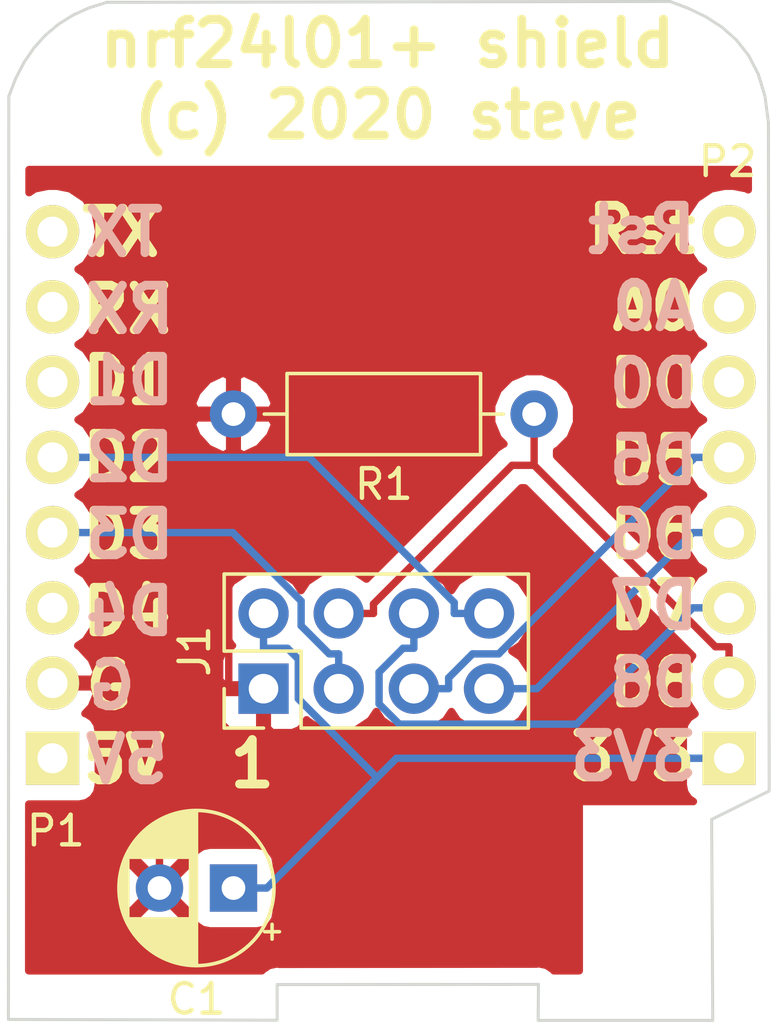
<source format=kicad_pcb>
(kicad_pcb (version 20171130) (host pcbnew 5.0.2+dfsg1-1~bpo9+1)

  (general
    (thickness 1.6)
    (drawings 75)
    (tracks 53)
    (zones 0)
    (modules 5)
    (nets 17)
  )

  (page A4)
  (title_block
    (title "Wemos Mini-D1 nrf24l01+ shield")
    (date 2020-07-14)
  )

  (layers
    (0 F.Cu signal)
    (31 B.Cu signal)
    (32 B.Adhes user)
    (33 F.Adhes user)
    (34 B.Paste user)
    (35 F.Paste user)
    (36 B.SilkS user)
    (37 F.SilkS user)
    (38 B.Mask user)
    (39 F.Mask user)
    (40 Dwgs.User user)
    (41 Cmts.User user)
    (42 Eco1.User user)
    (43 Eco2.User user)
    (44 Edge.Cuts user)
    (45 Margin user)
    (46 B.CrtYd user)
    (47 F.CrtYd user)
    (48 B.Fab user)
    (49 F.Fab user)
  )

  (setup
    (last_trace_width 0.25)
    (trace_clearance 0.2)
    (zone_clearance 0.508)
    (zone_45_only no)
    (trace_min 0.2)
    (segment_width 0.2)
    (edge_width 0.15)
    (via_size 0.6)
    (via_drill 0.4)
    (via_min_size 0.4)
    (via_min_drill 0.3)
    (uvia_size 0.3)
    (uvia_drill 0.1)
    (uvias_allowed no)
    (uvia_min_size 0.2)
    (uvia_min_drill 0.1)
    (pcb_text_width 0.3)
    (pcb_text_size 1.5 1.5)
    (mod_edge_width 0.15)
    (mod_text_size 1 1)
    (mod_text_width 0.15)
    (pad_size 2.032 1.7272)
    (pad_drill 1.016)
    (pad_to_mask_clearance 0.2)
    (solder_mask_min_width 0.25)
    (aux_axis_origin 0 0)
    (visible_elements FFFFEF7F)
    (pcbplotparams
      (layerselection 0x010f0_ffffffff)
      (usegerberextensions true)
      (usegerberattributes false)
      (usegerberadvancedattributes false)
      (creategerberjobfile false)
      (excludeedgelayer true)
      (linewidth 0.100000)
      (plotframeref false)
      (viasonmask false)
      (mode 1)
      (useauxorigin false)
      (hpglpennumber 1)
      (hpglpenspeed 20)
      (hpglpendiameter 15.000000)
      (psnegative false)
      (psa4output false)
      (plotreference true)
      (plotvalue true)
      (plotinvisibletext false)
      (padsonsilk false)
      (subtractmaskfromsilk false)
      (outputformat 1)
      (mirror false)
      (drillshape 0)
      (scaleselection 1)
      (outputdirectory "gerbers"))
  )

  (net 0 "")
  (net 1 /+5V)
  (net 2 /D4)
  (net 3 /D3)
  (net 4 /D2)
  (net 5 /D1)
  (net 6 /RX)
  (net 7 /TX)
  (net 8 /D8)
  (net 9 /D7)
  (net 10 /D6)
  (net 11 /D5)
  (net 12 /D0)
  (net 13 /A0)
  (net 14 /RST)
  (net 15 GND)
  (net 16 /+3V3)

  (net_class Default "This is the default net class."
    (clearance 0.2)
    (trace_width 0.25)
    (via_dia 0.6)
    (via_drill 0.4)
    (uvia_dia 0.3)
    (uvia_drill 0.1)
    (add_net /+3V3)
    (add_net /+5V)
    (add_net /A0)
    (add_net /D0)
    (add_net /D1)
    (add_net /D2)
    (add_net /D3)
    (add_net /D4)
    (add_net /D5)
    (add_net /D6)
    (add_net /D7)
    (add_net /D8)
    (add_net /RST)
    (add_net /RX)
    (add_net /TX)
    (add_net GND)
  )

  (module Capacitor_THT:CP_Radial_D5.0mm_P2.50mm (layer F.Cu) (tedit 5AE50EF0) (tstamp 5F1A4DC4)
    (at 133.604 108.331 180)
    (descr "CP, Radial series, Radial, pin pitch=2.50mm, , diameter=5mm, Electrolytic Capacitor")
    (tags "CP Radial series Radial pin pitch 2.50mm  diameter 5mm Electrolytic Capacitor")
    (path /5F0DB356)
    (fp_text reference C1 (at 1.25 -3.75 180) (layer F.SilkS)
      (effects (font (size 1 1) (thickness 0.15)))
    )
    (fp_text value 22u (at 1.25 3.75 180) (layer F.Fab)
      (effects (font (size 1 1) (thickness 0.15)))
    )
    (fp_circle (center 1.25 0) (end 3.75 0) (layer F.Fab) (width 0.1))
    (fp_circle (center 1.25 0) (end 3.87 0) (layer F.SilkS) (width 0.12))
    (fp_circle (center 1.25 0) (end 4 0) (layer F.CrtYd) (width 0.05))
    (fp_line (start -0.883605 -1.0875) (end -0.383605 -1.0875) (layer F.Fab) (width 0.1))
    (fp_line (start -0.633605 -1.3375) (end -0.633605 -0.8375) (layer F.Fab) (width 0.1))
    (fp_line (start 1.25 -2.58) (end 1.25 2.58) (layer F.SilkS) (width 0.12))
    (fp_line (start 1.29 -2.58) (end 1.29 2.58) (layer F.SilkS) (width 0.12))
    (fp_line (start 1.33 -2.579) (end 1.33 2.579) (layer F.SilkS) (width 0.12))
    (fp_line (start 1.37 -2.578) (end 1.37 2.578) (layer F.SilkS) (width 0.12))
    (fp_line (start 1.41 -2.576) (end 1.41 2.576) (layer F.SilkS) (width 0.12))
    (fp_line (start 1.45 -2.573) (end 1.45 2.573) (layer F.SilkS) (width 0.12))
    (fp_line (start 1.49 -2.569) (end 1.49 -1.04) (layer F.SilkS) (width 0.12))
    (fp_line (start 1.49 1.04) (end 1.49 2.569) (layer F.SilkS) (width 0.12))
    (fp_line (start 1.53 -2.565) (end 1.53 -1.04) (layer F.SilkS) (width 0.12))
    (fp_line (start 1.53 1.04) (end 1.53 2.565) (layer F.SilkS) (width 0.12))
    (fp_line (start 1.57 -2.561) (end 1.57 -1.04) (layer F.SilkS) (width 0.12))
    (fp_line (start 1.57 1.04) (end 1.57 2.561) (layer F.SilkS) (width 0.12))
    (fp_line (start 1.61 -2.556) (end 1.61 -1.04) (layer F.SilkS) (width 0.12))
    (fp_line (start 1.61 1.04) (end 1.61 2.556) (layer F.SilkS) (width 0.12))
    (fp_line (start 1.65 -2.55) (end 1.65 -1.04) (layer F.SilkS) (width 0.12))
    (fp_line (start 1.65 1.04) (end 1.65 2.55) (layer F.SilkS) (width 0.12))
    (fp_line (start 1.69 -2.543) (end 1.69 -1.04) (layer F.SilkS) (width 0.12))
    (fp_line (start 1.69 1.04) (end 1.69 2.543) (layer F.SilkS) (width 0.12))
    (fp_line (start 1.73 -2.536) (end 1.73 -1.04) (layer F.SilkS) (width 0.12))
    (fp_line (start 1.73 1.04) (end 1.73 2.536) (layer F.SilkS) (width 0.12))
    (fp_line (start 1.77 -2.528) (end 1.77 -1.04) (layer F.SilkS) (width 0.12))
    (fp_line (start 1.77 1.04) (end 1.77 2.528) (layer F.SilkS) (width 0.12))
    (fp_line (start 1.81 -2.52) (end 1.81 -1.04) (layer F.SilkS) (width 0.12))
    (fp_line (start 1.81 1.04) (end 1.81 2.52) (layer F.SilkS) (width 0.12))
    (fp_line (start 1.85 -2.511) (end 1.85 -1.04) (layer F.SilkS) (width 0.12))
    (fp_line (start 1.85 1.04) (end 1.85 2.511) (layer F.SilkS) (width 0.12))
    (fp_line (start 1.89 -2.501) (end 1.89 -1.04) (layer F.SilkS) (width 0.12))
    (fp_line (start 1.89 1.04) (end 1.89 2.501) (layer F.SilkS) (width 0.12))
    (fp_line (start 1.93 -2.491) (end 1.93 -1.04) (layer F.SilkS) (width 0.12))
    (fp_line (start 1.93 1.04) (end 1.93 2.491) (layer F.SilkS) (width 0.12))
    (fp_line (start 1.971 -2.48) (end 1.971 -1.04) (layer F.SilkS) (width 0.12))
    (fp_line (start 1.971 1.04) (end 1.971 2.48) (layer F.SilkS) (width 0.12))
    (fp_line (start 2.011 -2.468) (end 2.011 -1.04) (layer F.SilkS) (width 0.12))
    (fp_line (start 2.011 1.04) (end 2.011 2.468) (layer F.SilkS) (width 0.12))
    (fp_line (start 2.051 -2.455) (end 2.051 -1.04) (layer F.SilkS) (width 0.12))
    (fp_line (start 2.051 1.04) (end 2.051 2.455) (layer F.SilkS) (width 0.12))
    (fp_line (start 2.091 -2.442) (end 2.091 -1.04) (layer F.SilkS) (width 0.12))
    (fp_line (start 2.091 1.04) (end 2.091 2.442) (layer F.SilkS) (width 0.12))
    (fp_line (start 2.131 -2.428) (end 2.131 -1.04) (layer F.SilkS) (width 0.12))
    (fp_line (start 2.131 1.04) (end 2.131 2.428) (layer F.SilkS) (width 0.12))
    (fp_line (start 2.171 -2.414) (end 2.171 -1.04) (layer F.SilkS) (width 0.12))
    (fp_line (start 2.171 1.04) (end 2.171 2.414) (layer F.SilkS) (width 0.12))
    (fp_line (start 2.211 -2.398) (end 2.211 -1.04) (layer F.SilkS) (width 0.12))
    (fp_line (start 2.211 1.04) (end 2.211 2.398) (layer F.SilkS) (width 0.12))
    (fp_line (start 2.251 -2.382) (end 2.251 -1.04) (layer F.SilkS) (width 0.12))
    (fp_line (start 2.251 1.04) (end 2.251 2.382) (layer F.SilkS) (width 0.12))
    (fp_line (start 2.291 -2.365) (end 2.291 -1.04) (layer F.SilkS) (width 0.12))
    (fp_line (start 2.291 1.04) (end 2.291 2.365) (layer F.SilkS) (width 0.12))
    (fp_line (start 2.331 -2.348) (end 2.331 -1.04) (layer F.SilkS) (width 0.12))
    (fp_line (start 2.331 1.04) (end 2.331 2.348) (layer F.SilkS) (width 0.12))
    (fp_line (start 2.371 -2.329) (end 2.371 -1.04) (layer F.SilkS) (width 0.12))
    (fp_line (start 2.371 1.04) (end 2.371 2.329) (layer F.SilkS) (width 0.12))
    (fp_line (start 2.411 -2.31) (end 2.411 -1.04) (layer F.SilkS) (width 0.12))
    (fp_line (start 2.411 1.04) (end 2.411 2.31) (layer F.SilkS) (width 0.12))
    (fp_line (start 2.451 -2.29) (end 2.451 -1.04) (layer F.SilkS) (width 0.12))
    (fp_line (start 2.451 1.04) (end 2.451 2.29) (layer F.SilkS) (width 0.12))
    (fp_line (start 2.491 -2.268) (end 2.491 -1.04) (layer F.SilkS) (width 0.12))
    (fp_line (start 2.491 1.04) (end 2.491 2.268) (layer F.SilkS) (width 0.12))
    (fp_line (start 2.531 -2.247) (end 2.531 -1.04) (layer F.SilkS) (width 0.12))
    (fp_line (start 2.531 1.04) (end 2.531 2.247) (layer F.SilkS) (width 0.12))
    (fp_line (start 2.571 -2.224) (end 2.571 -1.04) (layer F.SilkS) (width 0.12))
    (fp_line (start 2.571 1.04) (end 2.571 2.224) (layer F.SilkS) (width 0.12))
    (fp_line (start 2.611 -2.2) (end 2.611 -1.04) (layer F.SilkS) (width 0.12))
    (fp_line (start 2.611 1.04) (end 2.611 2.2) (layer F.SilkS) (width 0.12))
    (fp_line (start 2.651 -2.175) (end 2.651 -1.04) (layer F.SilkS) (width 0.12))
    (fp_line (start 2.651 1.04) (end 2.651 2.175) (layer F.SilkS) (width 0.12))
    (fp_line (start 2.691 -2.149) (end 2.691 -1.04) (layer F.SilkS) (width 0.12))
    (fp_line (start 2.691 1.04) (end 2.691 2.149) (layer F.SilkS) (width 0.12))
    (fp_line (start 2.731 -2.122) (end 2.731 -1.04) (layer F.SilkS) (width 0.12))
    (fp_line (start 2.731 1.04) (end 2.731 2.122) (layer F.SilkS) (width 0.12))
    (fp_line (start 2.771 -2.095) (end 2.771 -1.04) (layer F.SilkS) (width 0.12))
    (fp_line (start 2.771 1.04) (end 2.771 2.095) (layer F.SilkS) (width 0.12))
    (fp_line (start 2.811 -2.065) (end 2.811 -1.04) (layer F.SilkS) (width 0.12))
    (fp_line (start 2.811 1.04) (end 2.811 2.065) (layer F.SilkS) (width 0.12))
    (fp_line (start 2.851 -2.035) (end 2.851 -1.04) (layer F.SilkS) (width 0.12))
    (fp_line (start 2.851 1.04) (end 2.851 2.035) (layer F.SilkS) (width 0.12))
    (fp_line (start 2.891 -2.004) (end 2.891 -1.04) (layer F.SilkS) (width 0.12))
    (fp_line (start 2.891 1.04) (end 2.891 2.004) (layer F.SilkS) (width 0.12))
    (fp_line (start 2.931 -1.971) (end 2.931 -1.04) (layer F.SilkS) (width 0.12))
    (fp_line (start 2.931 1.04) (end 2.931 1.971) (layer F.SilkS) (width 0.12))
    (fp_line (start 2.971 -1.937) (end 2.971 -1.04) (layer F.SilkS) (width 0.12))
    (fp_line (start 2.971 1.04) (end 2.971 1.937) (layer F.SilkS) (width 0.12))
    (fp_line (start 3.011 -1.901) (end 3.011 -1.04) (layer F.SilkS) (width 0.12))
    (fp_line (start 3.011 1.04) (end 3.011 1.901) (layer F.SilkS) (width 0.12))
    (fp_line (start 3.051 -1.864) (end 3.051 -1.04) (layer F.SilkS) (width 0.12))
    (fp_line (start 3.051 1.04) (end 3.051 1.864) (layer F.SilkS) (width 0.12))
    (fp_line (start 3.091 -1.826) (end 3.091 -1.04) (layer F.SilkS) (width 0.12))
    (fp_line (start 3.091 1.04) (end 3.091 1.826) (layer F.SilkS) (width 0.12))
    (fp_line (start 3.131 -1.785) (end 3.131 -1.04) (layer F.SilkS) (width 0.12))
    (fp_line (start 3.131 1.04) (end 3.131 1.785) (layer F.SilkS) (width 0.12))
    (fp_line (start 3.171 -1.743) (end 3.171 -1.04) (layer F.SilkS) (width 0.12))
    (fp_line (start 3.171 1.04) (end 3.171 1.743) (layer F.SilkS) (width 0.12))
    (fp_line (start 3.211 -1.699) (end 3.211 -1.04) (layer F.SilkS) (width 0.12))
    (fp_line (start 3.211 1.04) (end 3.211 1.699) (layer F.SilkS) (width 0.12))
    (fp_line (start 3.251 -1.653) (end 3.251 -1.04) (layer F.SilkS) (width 0.12))
    (fp_line (start 3.251 1.04) (end 3.251 1.653) (layer F.SilkS) (width 0.12))
    (fp_line (start 3.291 -1.605) (end 3.291 -1.04) (layer F.SilkS) (width 0.12))
    (fp_line (start 3.291 1.04) (end 3.291 1.605) (layer F.SilkS) (width 0.12))
    (fp_line (start 3.331 -1.554) (end 3.331 -1.04) (layer F.SilkS) (width 0.12))
    (fp_line (start 3.331 1.04) (end 3.331 1.554) (layer F.SilkS) (width 0.12))
    (fp_line (start 3.371 -1.5) (end 3.371 -1.04) (layer F.SilkS) (width 0.12))
    (fp_line (start 3.371 1.04) (end 3.371 1.5) (layer F.SilkS) (width 0.12))
    (fp_line (start 3.411 -1.443) (end 3.411 -1.04) (layer F.SilkS) (width 0.12))
    (fp_line (start 3.411 1.04) (end 3.411 1.443) (layer F.SilkS) (width 0.12))
    (fp_line (start 3.451 -1.383) (end 3.451 -1.04) (layer F.SilkS) (width 0.12))
    (fp_line (start 3.451 1.04) (end 3.451 1.383) (layer F.SilkS) (width 0.12))
    (fp_line (start 3.491 -1.319) (end 3.491 -1.04) (layer F.SilkS) (width 0.12))
    (fp_line (start 3.491 1.04) (end 3.491 1.319) (layer F.SilkS) (width 0.12))
    (fp_line (start 3.531 -1.251) (end 3.531 -1.04) (layer F.SilkS) (width 0.12))
    (fp_line (start 3.531 1.04) (end 3.531 1.251) (layer F.SilkS) (width 0.12))
    (fp_line (start 3.571 -1.178) (end 3.571 1.178) (layer F.SilkS) (width 0.12))
    (fp_line (start 3.611 -1.098) (end 3.611 1.098) (layer F.SilkS) (width 0.12))
    (fp_line (start 3.651 -1.011) (end 3.651 1.011) (layer F.SilkS) (width 0.12))
    (fp_line (start 3.691 -0.915) (end 3.691 0.915) (layer F.SilkS) (width 0.12))
    (fp_line (start 3.731 -0.805) (end 3.731 0.805) (layer F.SilkS) (width 0.12))
    (fp_line (start 3.771 -0.677) (end 3.771 0.677) (layer F.SilkS) (width 0.12))
    (fp_line (start 3.811 -0.518) (end 3.811 0.518) (layer F.SilkS) (width 0.12))
    (fp_line (start 3.851 -0.284) (end 3.851 0.284) (layer F.SilkS) (width 0.12))
    (fp_line (start -1.554775 -1.475) (end -1.054775 -1.475) (layer F.SilkS) (width 0.12))
    (fp_line (start -1.304775 -1.725) (end -1.304775 -1.225) (layer F.SilkS) (width 0.12))
    (fp_text user %R (at 1.25 0 180) (layer F.Fab)
      (effects (font (size 1 1) (thickness 0.15)))
    )
    (pad 1 thru_hole rect (at 0 0 180) (size 1.6 1.6) (drill 0.8) (layers *.Cu *.Mask)
      (net 16 /+3V3))
    (pad 2 thru_hole circle (at 2.5 0 180) (size 1.6 1.6) (drill 0.8) (layers *.Cu *.Mask)
      (net 15 GND))
    (model ${KISYS3DMOD}/Capacitor_THT.3dshapes/CP_Radial_D5.0mm_P2.50mm.wrl
      (at (xyz 0 0 0))
      (scale (xyz 1 1 1))
      (rotate (xyz 0 0 0))
    )
  )

  (module Connector_PinHeader_2.54mm:PinHeader_2x04_P2.54mm_Vertical (layer F.Cu) (tedit 59FED5CC) (tstamp 5F1A4D40)
    (at 134.62 101.6 90)
    (descr "Through hole straight pin header, 2x04, 2.54mm pitch, double rows")
    (tags "Through hole pin header THT 2x04 2.54mm double row")
    (path /5F0DB348)
    (fp_text reference J1 (at 1.27 -2.33 90) (layer F.SilkS)
      (effects (font (size 1 1) (thickness 0.15)))
    )
    (fp_text value nrf24l01+ (at 1.27 9.95 90) (layer F.Fab)
      (effects (font (size 1 1) (thickness 0.15)))
    )
    (fp_line (start 0 -1.27) (end 3.81 -1.27) (layer F.Fab) (width 0.1))
    (fp_line (start 3.81 -1.27) (end 3.81 8.89) (layer F.Fab) (width 0.1))
    (fp_line (start 3.81 8.89) (end -1.27 8.89) (layer F.Fab) (width 0.1))
    (fp_line (start -1.27 8.89) (end -1.27 0) (layer F.Fab) (width 0.1))
    (fp_line (start -1.27 0) (end 0 -1.27) (layer F.Fab) (width 0.1))
    (fp_line (start -1.33 8.95) (end 3.87 8.95) (layer F.SilkS) (width 0.12))
    (fp_line (start -1.33 1.27) (end -1.33 8.95) (layer F.SilkS) (width 0.12))
    (fp_line (start 3.87 -1.33) (end 3.87 8.95) (layer F.SilkS) (width 0.12))
    (fp_line (start -1.33 1.27) (end 1.27 1.27) (layer F.SilkS) (width 0.12))
    (fp_line (start 1.27 1.27) (end 1.27 -1.33) (layer F.SilkS) (width 0.12))
    (fp_line (start 1.27 -1.33) (end 3.87 -1.33) (layer F.SilkS) (width 0.12))
    (fp_line (start -1.33 0) (end -1.33 -1.33) (layer F.SilkS) (width 0.12))
    (fp_line (start -1.33 -1.33) (end 0 -1.33) (layer F.SilkS) (width 0.12))
    (fp_line (start -1.8 -1.8) (end -1.8 9.4) (layer F.CrtYd) (width 0.05))
    (fp_line (start -1.8 9.4) (end 4.35 9.4) (layer F.CrtYd) (width 0.05))
    (fp_line (start 4.35 9.4) (end 4.35 -1.8) (layer F.CrtYd) (width 0.05))
    (fp_line (start 4.35 -1.8) (end -1.8 -1.8) (layer F.CrtYd) (width 0.05))
    (fp_text user %R (at 1.27 3.81 180) (layer F.Fab)
      (effects (font (size 1 1) (thickness 0.15)))
    )
    (pad 1 thru_hole rect (at 0 0 90) (size 1.7 1.7) (drill 1) (layers *.Cu *.Mask)
      (net 15 GND))
    (pad 2 thru_hole oval (at 2.54 0 90) (size 1.7 1.7) (drill 1) (layers *.Cu *.Mask)
      (net 16 /+3V3))
    (pad 3 thru_hole oval (at 0 2.54 90) (size 1.7 1.7) (drill 1) (layers *.Cu *.Mask)
      (net 3 /D3))
    (pad 4 thru_hole oval (at 2.54 2.54 90) (size 1.7 1.7) (drill 1) (layers *.Cu *.Mask)
      (net 8 /D8))
    (pad 5 thru_hole oval (at 0 5.08 90) (size 1.7 1.7) (drill 1) (layers *.Cu *.Mask)
      (net 11 /D5))
    (pad 6 thru_hole oval (at 2.54 5.08 90) (size 1.7 1.7) (drill 1) (layers *.Cu *.Mask)
      (net 9 /D7))
    (pad 7 thru_hole oval (at 0 7.62 90) (size 1.7 1.7) (drill 1) (layers *.Cu *.Mask)
      (net 10 /D6))
    (pad 8 thru_hole oval (at 2.54 7.62 90) (size 1.7 1.7) (drill 1) (layers *.Cu *.Mask)
      (net 4 /D2))
    (model ${KISYS3DMOD}/Connector_PinHeader_2.54mm.3dshapes/PinHeader_2x04_P2.54mm_Vertical.wrl
      (at (xyz 0 0 0))
      (scale (xyz 1 1 1))
      (rotate (xyz 0 0 0))
    )
  )

  (module Resistor_THT:R_Axial_DIN0207_L6.3mm_D2.5mm_P10.16mm_Horizontal (layer F.Cu) (tedit 5AE5139B) (tstamp 5F1A4CE6)
    (at 143.764 92.329 180)
    (descr "Resistor, Axial_DIN0207 series, Axial, Horizontal, pin pitch=10.16mm, 0.25W = 1/4W, length*diameter=6.3*2.5mm^2, http://cdn-reichelt.de/documents/datenblatt/B400/1_4W%23YAG.pdf")
    (tags "Resistor Axial_DIN0207 series Axial Horizontal pin pitch 10.16mm 0.25W = 1/4W length 6.3mm diameter 2.5mm")
    (path /5F0DB431)
    (fp_text reference R1 (at 5.08 -2.37 180) (layer F.SilkS)
      (effects (font (size 1 1) (thickness 0.15)))
    )
    (fp_text value 4k7 (at 5.08 2.37 180) (layer F.Fab)
      (effects (font (size 1 1) (thickness 0.15)))
    )
    (fp_line (start 1.93 -1.25) (end 1.93 1.25) (layer F.Fab) (width 0.1))
    (fp_line (start 1.93 1.25) (end 8.23 1.25) (layer F.Fab) (width 0.1))
    (fp_line (start 8.23 1.25) (end 8.23 -1.25) (layer F.Fab) (width 0.1))
    (fp_line (start 8.23 -1.25) (end 1.93 -1.25) (layer F.Fab) (width 0.1))
    (fp_line (start 0 0) (end 1.93 0) (layer F.Fab) (width 0.1))
    (fp_line (start 10.16 0) (end 8.23 0) (layer F.Fab) (width 0.1))
    (fp_line (start 1.81 -1.37) (end 1.81 1.37) (layer F.SilkS) (width 0.12))
    (fp_line (start 1.81 1.37) (end 8.35 1.37) (layer F.SilkS) (width 0.12))
    (fp_line (start 8.35 1.37) (end 8.35 -1.37) (layer F.SilkS) (width 0.12))
    (fp_line (start 8.35 -1.37) (end 1.81 -1.37) (layer F.SilkS) (width 0.12))
    (fp_line (start 1.04 0) (end 1.81 0) (layer F.SilkS) (width 0.12))
    (fp_line (start 9.12 0) (end 8.35 0) (layer F.SilkS) (width 0.12))
    (fp_line (start -1.05 -1.5) (end -1.05 1.5) (layer F.CrtYd) (width 0.05))
    (fp_line (start -1.05 1.5) (end 11.21 1.5) (layer F.CrtYd) (width 0.05))
    (fp_line (start 11.21 1.5) (end 11.21 -1.5) (layer F.CrtYd) (width 0.05))
    (fp_line (start 11.21 -1.5) (end -1.05 -1.5) (layer F.CrtYd) (width 0.05))
    (fp_text user %R (at 5.08 0 180) (layer F.Fab)
      (effects (font (size 1 1) (thickness 0.15)))
    )
    (pad 1 thru_hole circle (at 0 0 180) (size 1.6 1.6) (drill 0.8) (layers *.Cu *.Mask)
      (net 8 /D8))
    (pad 2 thru_hole oval (at 10.16 0 180) (size 1.6 1.6) (drill 0.8) (layers *.Cu *.Mask)
      (net 15 GND))
    (model ${KISYS3DMOD}/Resistor_THT.3dshapes/R_Axial_DIN0207_L6.3mm_D2.5mm_P10.16mm_Horizontal.wrl
      (at (xyz 0 0 0))
      (scale (xyz 1 1 1))
      (rotate (xyz 0 0 0))
    )
  )

  (module D1_mini:D1_mini_Pin_Header (layer F.Cu) (tedit 5766B078) (tstamp 5766A936)
    (at 127.49 103.95 180)
    (descr "Through hole pin header")
    (tags "pin header")
    (path /5763EB78)
    (fp_text reference P1 (at -0.11 -2.45 180) (layer F.SilkS)
      (effects (font (size 1 1) (thickness 0.15)))
    )
    (fp_text value CONN_01X08 (at 0 -3.1 180) (layer F.Fab) hide
      (effects (font (size 1 1) (thickness 0.15)))
    )
    (fp_line (start -1.75 -1.75) (end -1.75 19.55) (layer F.CrtYd) (width 0.05))
    (fp_line (start 1.75 -1.75) (end 1.75 19.55) (layer F.CrtYd) (width 0.05))
    (fp_line (start -1.75 -1.75) (end 1.75 -1.75) (layer F.CrtYd) (width 0.05))
    (fp_line (start -1.75 19.55) (end 1.75 19.55) (layer F.CrtYd) (width 0.05))
    (pad 1 thru_hole rect (at 0 0 180) (size 1.8 1.8) (drill 1.016) (layers *.Cu *.Mask F.SilkS)
      (net 1 /+5V))
    (pad 2 thru_hole oval (at 0 2.54 180) (size 1.8 1.8) (drill 1.016) (layers *.Cu *.Mask F.SilkS)
      (net 15 GND))
    (pad 3 thru_hole oval (at 0 5.08 180) (size 1.8 1.8) (drill 1.016) (layers *.Cu *.Mask F.SilkS)
      (net 2 /D4))
    (pad 4 thru_hole oval (at 0 7.62 180) (size 1.8 1.8) (drill 1.016) (layers *.Cu *.Mask F.SilkS)
      (net 3 /D3))
    (pad 5 thru_hole oval (at 0 10.16 180) (size 1.8 1.8) (drill 1.016) (layers *.Cu *.Mask F.SilkS)
      (net 4 /D2))
    (pad 6 thru_hole oval (at 0 12.7 180) (size 1.8 1.8) (drill 1.016) (layers *.Cu *.Mask F.SilkS)
      (net 5 /D1))
    (pad 7 thru_hole oval (at 0 15.24 180) (size 1.8 1.8) (drill 1.016) (layers *.Cu *.Mask F.SilkS)
      (net 6 /RX))
    (pad 8 thru_hole oval (at 0 17.78 180) (size 1.8 1.8) (drill 1.016) (layers *.Cu *.Mask F.SilkS)
      (net 7 /TX))
    (model Pin_Headers.3dshapes/Pin_Header_Straight_1x08.wrl
      (offset (xyz 0 -8.889999866485596 0))
      (scale (xyz 1 1 1))
      (rotate (xyz 0 0 90))
    )
  )

  (module D1_mini:D1_mini_Pin_Header (layer F.Cu) (tedit 5766ABD3) (tstamp 5766A941)
    (at 150.35 103.95 180)
    (descr "Through hole pin header")
    (tags "pin header")
    (path /5763EBF2)
    (fp_text reference P2 (at 0.05 20.15 180) (layer F.SilkS)
      (effects (font (size 1 1) (thickness 0.15)))
    )
    (fp_text value CONN_01X08 (at 0 -3.1 180) (layer F.Fab) hide
      (effects (font (size 1 1) (thickness 0.15)))
    )
    (fp_line (start -1.75 -1.75) (end -1.75 19.55) (layer F.CrtYd) (width 0.05))
    (fp_line (start 1.75 -1.75) (end 1.75 19.55) (layer F.CrtYd) (width 0.05))
    (fp_line (start -1.75 -1.75) (end 1.75 -1.75) (layer F.CrtYd) (width 0.05))
    (fp_line (start -1.75 19.55) (end 1.75 19.55) (layer F.CrtYd) (width 0.05))
    (pad 1 thru_hole rect (at 0 0 180) (size 1.8 1.8) (drill 1.016) (layers *.Cu *.Mask F.SilkS)
      (net 16 /+3V3))
    (pad 2 thru_hole oval (at 0 2.54 180) (size 1.8 1.8) (drill 1.016) (layers *.Cu *.Mask F.SilkS)
      (net 8 /D8))
    (pad 3 thru_hole oval (at 0 5.08 180) (size 1.8 1.8) (drill 1.016) (layers *.Cu *.Mask F.SilkS)
      (net 9 /D7))
    (pad 4 thru_hole oval (at 0 7.62 180) (size 1.8 1.8) (drill 1.016) (layers *.Cu *.Mask F.SilkS)
      (net 10 /D6))
    (pad 5 thru_hole oval (at 0 10.16 180) (size 1.8 1.8) (drill 1.016) (layers *.Cu *.Mask F.SilkS)
      (net 11 /D5))
    (pad 6 thru_hole oval (at 0 12.7 180) (size 1.8 1.8) (drill 1.016) (layers *.Cu *.Mask F.SilkS)
      (net 12 /D0))
    (pad 7 thru_hole oval (at 0 15.24 180) (size 1.8 1.8) (drill 1.016) (layers *.Cu *.Mask F.SilkS)
      (net 13 /A0))
    (pad 8 thru_hole oval (at 0 17.78 180) (size 1.8 1.8) (drill 1.016) (layers *.Cu *.Mask F.SilkS)
      (net 14 /RST))
    (model Pin_Headers.3dshapes/Pin_Header_Straight_1x08.wrl
      (offset (xyz 0 -8.889999866485596 0))
      (scale (xyz 1 1 1))
      (rotate (xyz 0 0 90))
    )
  )

  (gr_text 1 (at 134.239 104.14) (layer F.SilkS)
    (effects (font (size 1.5 1.5) (thickness 0.3)))
  )
  (gr_text "nrf24l01+ shield\n(c) 2020 steve" (at 138.811 81.026) (layer F.SilkS)
    (effects (font (size 1.5 1.5) (thickness 0.3)))
  )
  (gr_text 3V3 (at 147.1 103.9) (layer B.SilkS) (tstamp 5766AD4B)
    (effects (font (size 1.5 1.5) (thickness 0.3)) (justify mirror))
  )
  (gr_text D8 (at 147.8 101.4) (layer B.SilkS) (tstamp 5766AD4A)
    (effects (font (size 1.5 1.5) (thickness 0.3)) (justify mirror))
  )
  (gr_text D7 (at 147.8 98.8) (layer B.SilkS) (tstamp 5766AD49)
    (effects (font (size 1.5 1.5) (thickness 0.3)) (justify mirror))
  )
  (gr_text D6 (at 147.8 96.4) (layer B.SilkS) (tstamp 5766AD48)
    (effects (font (size 1.5 1.5) (thickness 0.3)) (justify mirror))
  )
  (gr_text D5 (at 147.8 93.9) (layer B.SilkS) (tstamp 5766AD47)
    (effects (font (size 1.5 1.5) (thickness 0.3)) (justify mirror))
  )
  (gr_text D0 (at 147.8 91.3) (layer B.SilkS) (tstamp 5766AD46)
    (effects (font (size 1.5 1.5) (thickness 0.3)) (justify mirror))
  )
  (gr_text A0 (at 147.8 88.7) (layer B.SilkS) (tstamp 5766AD45)
    (effects (font (size 1.5 1.5) (thickness 0.3)) (justify mirror))
  )
  (gr_text Rst (at 147.4 86.1) (layer B.SilkS) (tstamp 5766AD44)
    (effects (font (size 1.5 1.5) (thickness 0.3)) (justify mirror))
  )
  (gr_text 5V (at 130 104) (layer B.SilkS) (tstamp 5766AD01)
    (effects (font (size 1.5 1.5) (thickness 0.3)) (justify mirror))
  )
  (gr_text G (at 129.5 101.5) (layer B.SilkS) (tstamp 5766AD00)
    (effects (font (size 1.5 1.5) (thickness 0.3)) (justify mirror))
  )
  (gr_text D4 (at 130.1 99) (layer B.SilkS) (tstamp 5766ACFF)
    (effects (font (size 1.5 1.5) (thickness 0.3)) (justify mirror))
  )
  (gr_text D3 (at 130.1 96.4) (layer B.SilkS) (tstamp 5766ACFE)
    (effects (font (size 1.5 1.5) (thickness 0.3)) (justify mirror))
  )
  (gr_text D2 (at 130.1 93.8) (layer B.SilkS) (tstamp 5766ACFD)
    (effects (font (size 1.5 1.5) (thickness 0.3)) (justify mirror))
  )
  (gr_text D1 (at 130.1 91.2) (layer B.SilkS) (tstamp 5766ACFC)
    (effects (font (size 1.5 1.5) (thickness 0.3)) (justify mirror))
  )
  (gr_text RX (at 130.1 88.8) (layer B.SilkS) (tstamp 5766ACFB)
    (effects (font (size 1.5 1.5) (thickness 0.3)) (justify mirror))
  )
  (gr_text TX (at 129.9 86.2) (layer B.SilkS) (tstamp 5766ACFA)
    (effects (font (size 1.5 1.5) (thickness 0.3)) (justify mirror))
  )
  (gr_text Rst (at 147.4 86.1) (layer F.SilkS)
    (effects (font (size 1.5 1.5) (thickness 0.3)))
  )
  (gr_text A0 (at 147.8 88.7) (layer F.SilkS)
    (effects (font (size 1.5 1.5) (thickness 0.3)))
  )
  (gr_text D0 (at 147.8 91.3) (layer F.SilkS)
    (effects (font (size 1.5 1.5) (thickness 0.3)))
  )
  (gr_text D5 (at 147.8 93.9) (layer F.SilkS)
    (effects (font (size 1.5 1.5) (thickness 0.3)))
  )
  (gr_text D6 (at 147.8 96.4) (layer F.SilkS)
    (effects (font (size 1.5 1.5) (thickness 0.3)))
  )
  (gr_text D7 (at 147.8 98.8) (layer F.SilkS)
    (effects (font (size 1.5 1.5) (thickness 0.3)))
  )
  (gr_text D8 (at 147.8 101.4) (layer F.SilkS)
    (effects (font (size 1.5 1.5) (thickness 0.3)))
  )
  (gr_text 3V3 (at 147.1 103.9) (layer F.SilkS)
    (effects (font (size 1.5 1.5) (thickness 0.3)))
  )
  (gr_text TX (at 129.8 86.2) (layer F.SilkS)
    (effects (font (size 1.5 1.5) (thickness 0.3)))
  )
  (gr_text RX (at 130 88.8) (layer F.SilkS)
    (effects (font (size 1.5 1.5) (thickness 0.3)))
  )
  (gr_text D1 (at 130 91.2) (layer F.SilkS)
    (effects (font (size 1.5 1.5) (thickness 0.3)))
  )
  (gr_text D2 (at 130 93.8) (layer F.SilkS)
    (effects (font (size 1.5 1.5) (thickness 0.3)))
  )
  (gr_text D3 (at 130 96.4) (layer F.SilkS)
    (effects (font (size 1.5 1.5) (thickness 0.3)))
  )
  (gr_text D4 (at 130 99) (layer F.SilkS)
    (effects (font (size 1.5 1.5) (thickness 0.3)))
  )
  (gr_text G (at 129.4 101.5) (layer F.SilkS)
    (effects (font (size 1.5 1.5) (thickness 0.3)))
  )
  (gr_text 5V (at 129.9 104) (layer F.SilkS)
    (effects (font (size 1.5 1.5) (thickness 0.3)))
  )
  (gr_line (start 150.461517 110.166932) (end 149.844156 110.166932) (layer Dwgs.User) (width 0.1))
  (gr_line (start 150.461517 108.173738) (end 150.461517 110.166932) (layer Dwgs.User) (width 0.1))
  (gr_line (start 149.808878 108.173738) (end 150.461517 108.173738) (layer Dwgs.User) (width 0.1))
  (gr_line (start 149.826517 112.177765) (end 149.7736 106.092349) (layer Dwgs.User) (width 0.1))
  (gr_line (start 148.256656 112.177765) (end 149.826517 112.177765) (layer Dwgs.User) (width 0.1))
  (gr_line (start 147.727489 111.683876) (end 148.256656 112.177765) (layer Dwgs.User) (width 0.1))
  (gr_line (start 146.43985 111.683876) (end 147.727489 111.683876) (layer Dwgs.User) (width 0.1))
  (gr_line (start 146.43985 106.621515) (end 146.43985 111.683876) (layer Dwgs.User) (width 0.1))
  (gr_line (start 147.692211 106.621515) (end 146.43985 106.621515) (layer Dwgs.User) (width 0.1))
  (gr_line (start 148.221378 106.092349) (end 147.692211 106.621515) (layer Dwgs.User) (width 0.1))
  (gr_line (start 149.7736 106.092349) (end 148.221378 106.092349) (layer Dwgs.User) (width 0.1))
  (gr_line (start 135.85035 112.555188) (end 135.85035 106.741451) (layer Dwgs.User) (width 0.1))
  (gr_line (start 142.989931 112.555188) (end 135.85035 112.555188) (layer Dwgs.User) (width 0.1))
  (gr_line (start 142.989931 106.741451) (end 142.989931 112.555188) (layer Dwgs.User) (width 0.1))
  (gr_line (start 135.85035 106.741451) (end 142.989931 106.741451) (layer Dwgs.User) (width 0.1))
  (gr_line (start 149.76248 106.014181) (end 149.8 112.8) (layer Edge.Cuts) (width 0.1))
  (gr_line (start 151.706026 105.053285) (end 149.76248 106.014181) (layer Edge.Cuts) (width 0.1))
  (gr_line (start 151.681078 82.498193) (end 151.706026 105.053285) (layer Edge.Cuts) (width 0.1))
  (gr_line (start 151.565482 81.605425) (end 151.681078 82.498193) (layer Edge.Cuts) (width 0.1))
  (gr_line (start 151.337122 80.850387) (end 151.565482 81.605425) (layer Edge.Cuts) (width 0.1))
  (gr_line (start 151.009595 80.21854) (end 151.337122 80.850387) (layer Edge.Cuts) (width 0.1))
  (gr_line (start 150.596503 79.695342) (end 151.009595 80.21854) (layer Edge.Cuts) (width 0.1))
  (gr_line (start 150.111445 79.266257) (end 150.596503 79.695342) (layer Edge.Cuts) (width 0.1))
  (gr_line (start 149.568018 78.916742) (end 150.111445 79.266257) (layer Edge.Cuts) (width 0.1))
  (gr_line (start 148.979824 78.632259) (end 149.568018 78.916742) (layer Edge.Cuts) (width 0.1))
  (gr_line (start 148.36046 78.398266) (end 148.979824 78.632259) (layer Edge.Cuts) (width 0.1))
  (gr_line (start 129.322547 78.427024) (end 148.36046 78.398266) (layer Edge.Cuts) (width 0.1))
  (gr_line (start 128.72475 78.61269) (end 129.322547 78.427024) (layer Edge.Cuts) (width 0.1))
  (gr_line (start 128.18056 78.859623) (end 128.72475 78.61269) (layer Edge.Cuts) (width 0.1))
  (gr_line (start 127.689488 79.167259) (end 128.18056 78.859623) (layer Edge.Cuts) (width 0.1))
  (gr_line (start 127.251047 79.535048) (end 127.689488 79.167259) (layer Edge.Cuts) (width 0.1))
  (gr_line (start 126.864747 79.962423) (end 127.251047 79.535048) (layer Edge.Cuts) (width 0.1))
  (gr_line (start 126.530099 80.448833) (end 126.864747 79.962423) (layer Edge.Cuts) (width 0.1))
  (gr_line (start 126.246616 80.993714) (end 126.530099 80.448833) (layer Edge.Cuts) (width 0.1))
  (gr_line (start 126.013805 81.596507) (end 126.246616 80.993714) (layer Edge.Cuts) (width 0.1))
  (gr_line (start 125.999807 112.766658) (end 126.013805 81.596507) (layer Edge.Cuts) (width 0.1))
  (gr_line (start 135.080603 112.792736) (end 125.999807 112.766658) (layer Edge.Cuts) (width 0.1))
  (gr_line (start 135.078627 111.590483) (end 135.080603 112.792736) (layer Edge.Cuts) (width 0.1))
  (gr_line (start 143.909849 111.583795) (end 135.078627 111.590483) (layer Edge.Cuts) (width 0.1))
  (gr_line (start 143.9 112.8) (end 143.909849 111.583795) (layer Edge.Cuts) (width 0.1))
  (gr_line (start 149.8 112.8) (end 143.9 112.8) (layer Edge.Cuts) (width 0.1))

  (segment (start 137.16 101.6) (end 137.16 100.4247) (width 0.25) (layer B.Cu) (net 3))
  (segment (start 127.49 96.33) (end 133.5808 96.33) (width 0.25) (layer B.Cu) (net 3))
  (segment (start 133.5808 96.33) (end 135.89 98.6392) (width 0.25) (layer B.Cu) (net 3))
  (segment (start 135.89 98.6392) (end 135.89 99.4746) (width 0.25) (layer B.Cu) (net 3))
  (segment (start 135.89 99.4746) (end 136.8401 100.4247) (width 0.25) (layer B.Cu) (net 3))
  (segment (start 136.8401 100.4247) (end 137.16 100.4247) (width 0.25) (layer B.Cu) (net 3))
  (segment (start 142.24 99.06) (end 141.0647 99.06) (width 0.25) (layer B.Cu) (net 4))
  (segment (start 127.49 93.79) (end 136.162 93.79) (width 0.25) (layer B.Cu) (net 4))
  (segment (start 136.162 93.79) (end 141.0647 98.6927) (width 0.25) (layer B.Cu) (net 4))
  (segment (start 141.0647 98.6927) (end 141.0647 99.06) (width 0.25) (layer B.Cu) (net 4))
  (segment (start 143.764 94.0582) (end 143.764 92.329) (width 0.25) (layer F.Cu) (net 8))
  (segment (start 150.35 100.1847) (end 149.8905 100.1847) (width 0.25) (layer F.Cu) (net 8))
  (segment (start 149.8905 100.1847) (end 143.764 94.0582) (width 0.25) (layer F.Cu) (net 8))
  (segment (start 143.764 94.0582) (end 143.0167 94.0582) (width 0.25) (layer F.Cu) (net 8))
  (segment (start 143.0167 94.0582) (end 138.3353 98.7396) (width 0.25) (layer F.Cu) (net 8))
  (segment (start 138.3353 98.7396) (end 138.3353 99.06) (width 0.25) (layer F.Cu) (net 8))
  (segment (start 137.16 99.06) (end 138.3353 99.06) (width 0.25) (layer F.Cu) (net 8))
  (segment (start 150.35 101.41) (end 150.35 100.1847) (width 0.25) (layer F.Cu) (net 8))
  (segment (start 139.7 99.06) (end 139.7 100.2353) (width 0.25) (layer B.Cu) (net 9))
  (segment (start 150.35 98.87) (end 149.1247 98.87) (width 0.25) (layer B.Cu) (net 9))
  (segment (start 149.1247 98.87) (end 145.1972 102.7975) (width 0.25) (layer B.Cu) (net 9))
  (segment (start 145.1972 102.7975) (end 139.2066 102.7975) (width 0.25) (layer B.Cu) (net 9))
  (segment (start 139.2066 102.7975) (end 138.5247 102.1156) (width 0.25) (layer B.Cu) (net 9))
  (segment (start 138.5247 102.1156) (end 138.5247 101.0432) (width 0.25) (layer B.Cu) (net 9))
  (segment (start 138.5247 101.0432) (end 139.3326 100.2353) (width 0.25) (layer B.Cu) (net 9))
  (segment (start 139.3326 100.2353) (end 139.7 100.2353) (width 0.25) (layer B.Cu) (net 9))
  (segment (start 150.35 96.33) (end 149.1247 96.33) (width 0.25) (layer B.Cu) (net 10))
  (segment (start 149.1247 96.33) (end 143.8547 101.6) (width 0.25) (layer B.Cu) (net 10))
  (segment (start 143.8547 101.6) (end 142.24 101.6) (width 0.25) (layer B.Cu) (net 10))
  (segment (start 139.7 101.6) (end 140.8753 101.6) (width 0.25) (layer B.Cu) (net 11))
  (segment (start 150.35 93.79) (end 149.1247 93.79) (width 0.25) (layer B.Cu) (net 11))
  (segment (start 149.1247 93.79) (end 149.1247 93.8666) (width 0.25) (layer B.Cu) (net 11))
  (segment (start 149.1247 93.8666) (end 142.5666 100.4247) (width 0.25) (layer B.Cu) (net 11))
  (segment (start 142.5666 100.4247) (end 141.6832 100.4247) (width 0.25) (layer B.Cu) (net 11))
  (segment (start 141.6832 100.4247) (end 140.8753 101.2326) (width 0.25) (layer B.Cu) (net 11))
  (segment (start 140.8753 101.2326) (end 140.8753 101.6) (width 0.25) (layer B.Cu) (net 11))
  (segment (start 133.4447 101.6) (end 133.4447 93.6136) (width 0.25) (layer F.Cu) (net 15))
  (segment (start 133.4447 93.6136) (end 133.604 93.4543) (width 0.25) (layer F.Cu) (net 15))
  (segment (start 133.604 92.329) (end 133.604 93.4543) (width 0.25) (layer F.Cu) (net 15))
  (segment (start 131.104 101.6) (end 133.4447 101.6) (width 0.25) (layer F.Cu) (net 15))
  (segment (start 131.104 101.6) (end 131.104 108.331) (width 0.25) (layer F.Cu) (net 15))
  (segment (start 127.49 101.41) (end 130.914 101.41) (width 0.25) (layer F.Cu) (net 15))
  (segment (start 130.914 101.41) (end 131.104 101.6) (width 0.25) (layer F.Cu) (net 15))
  (segment (start 134.62 101.6) (end 133.4447 101.6) (width 0.25) (layer F.Cu) (net 15))
  (segment (start 138.4571 104.6032) (end 134.7293 108.331) (width 0.25) (layer B.Cu) (net 16))
  (segment (start 150.35 103.95) (end 139.1103 103.95) (width 0.25) (layer B.Cu) (net 16))
  (segment (start 139.1103 103.95) (end 138.4571 104.6032) (width 0.25) (layer B.Cu) (net 16))
  (segment (start 134.62 100.2353) (end 135.4281 100.2353) (width 0.25) (layer B.Cu) (net 16))
  (segment (start 135.4281 100.2353) (end 135.7953 100.6025) (width 0.25) (layer B.Cu) (net 16))
  (segment (start 135.7953 100.6025) (end 135.7953 101.9414) (width 0.25) (layer B.Cu) (net 16))
  (segment (start 135.7953 101.9414) (end 138.4571 104.6032) (width 0.25) (layer B.Cu) (net 16))
  (segment (start 134.62 99.06) (end 134.62 100.2353) (width 0.25) (layer B.Cu) (net 16))
  (segment (start 133.604 108.331) (end 134.7293 108.331) (width 0.25) (layer B.Cu) (net 16))

  (zone (net 15) (net_name GND) (layer F.Cu) (tstamp 0) (hatch edge 0.508)
    (connect_pads (clearance 0.508))
    (min_thickness 0.254)
    (fill yes (arc_segments 16) (thermal_gap 0.508) (thermal_bridge_width 0.508))
    (polygon
      (pts
        (xy 126.238 83.947) (xy 151.384 83.947) (xy 151.257 105.537) (xy 145.415 105.537) (xy 145.415 111.252)
        (xy 126.238 111.252)
      )
    )
    (filled_polygon
      (pts
        (xy 150.998577 84.757237) (xy 150.948927 84.724062) (xy 150.501182 84.635) (xy 150.198818 84.635) (xy 149.751073 84.724062)
        (xy 149.243327 85.063327) (xy 148.904062 85.571073) (xy 148.784928 86.17) (xy 148.904062 86.768927) (xy 149.243327 87.276673)
        (xy 149.487763 87.44) (xy 149.243327 87.603327) (xy 148.904062 88.111073) (xy 148.784928 88.71) (xy 148.904062 89.308927)
        (xy 149.243327 89.816673) (xy 149.487763 89.98) (xy 149.243327 90.143327) (xy 148.904062 90.651073) (xy 148.784928 91.25)
        (xy 148.904062 91.848927) (xy 149.243327 92.356673) (xy 149.487763 92.52) (xy 149.243327 92.683327) (xy 148.904062 93.191073)
        (xy 148.784928 93.79) (xy 148.904062 94.388927) (xy 149.243327 94.896673) (xy 149.487763 95.06) (xy 149.243327 95.223327)
        (xy 148.904062 95.731073) (xy 148.784928 96.33) (xy 148.904062 96.928927) (xy 149.243327 97.436673) (xy 149.487763 97.6)
        (xy 149.243327 97.763327) (xy 148.963188 98.182585) (xy 144.524 93.743399) (xy 144.524 93.56743) (xy 144.576862 93.545534)
        (xy 144.980534 93.141862) (xy 145.199 92.614439) (xy 145.199 92.043561) (xy 144.980534 91.516138) (xy 144.576862 91.112466)
        (xy 144.049439 90.894) (xy 143.478561 90.894) (xy 142.951138 91.112466) (xy 142.547466 91.516138) (xy 142.329 92.043561)
        (xy 142.329 92.614439) (xy 142.547466 93.141862) (xy 142.743298 93.337694) (xy 142.720163 93.342296) (xy 142.720161 93.342297)
        (xy 142.720162 93.342297) (xy 142.532226 93.467871) (xy 142.532224 93.467873) (xy 142.468771 93.510271) (xy 142.426373 93.573724)
        (xy 138.098804 97.901295) (xy 137.739418 97.661161) (xy 137.306256 97.575) (xy 137.013744 97.575) (xy 136.580582 97.661161)
        (xy 136.089375 97.989375) (xy 135.89 98.287761) (xy 135.690625 97.989375) (xy 135.199418 97.661161) (xy 134.766256 97.575)
        (xy 134.473744 97.575) (xy 134.040582 97.661161) (xy 133.549375 97.989375) (xy 133.221161 98.480582) (xy 133.105908 99.06)
        (xy 133.221161 99.639418) (xy 133.549375 100.130625) (xy 133.571032 100.145096) (xy 133.410301 100.211673) (xy 133.231673 100.390302)
        (xy 133.135 100.623691) (xy 133.135 101.31425) (xy 133.29375 101.473) (xy 134.493 101.473) (xy 134.493 101.453)
        (xy 134.747 101.453) (xy 134.747 101.473) (xy 134.767 101.473) (xy 134.767 101.727) (xy 134.747 101.727)
        (xy 134.747 102.92625) (xy 134.90575 103.085) (xy 135.59631 103.085) (xy 135.829699 102.988327) (xy 136.008327 102.809698)
        (xy 136.074904 102.648967) (xy 136.089375 102.670625) (xy 136.580582 102.998839) (xy 137.013744 103.085) (xy 137.306256 103.085)
        (xy 137.739418 102.998839) (xy 138.230625 102.670625) (xy 138.43 102.372239) (xy 138.629375 102.670625) (xy 139.120582 102.998839)
        (xy 139.553744 103.085) (xy 139.846256 103.085) (xy 140.279418 102.998839) (xy 140.770625 102.670625) (xy 140.97 102.372239)
        (xy 141.169375 102.670625) (xy 141.660582 102.998839) (xy 142.093744 103.085) (xy 142.386256 103.085) (xy 142.819418 102.998839)
        (xy 143.310625 102.670625) (xy 143.638839 102.179418) (xy 143.754092 101.6) (xy 143.638839 101.020582) (xy 143.310625 100.529375)
        (xy 143.012239 100.33) (xy 143.310625 100.130625) (xy 143.638839 99.639418) (xy 143.754092 99.06) (xy 143.638839 98.480582)
        (xy 143.310625 97.989375) (xy 142.819418 97.661161) (xy 142.386256 97.575) (xy 142.093744 97.575) (xy 141.660582 97.661161)
        (xy 141.169375 97.989375) (xy 140.97 98.287761) (xy 140.770625 97.989375) (xy 140.404778 97.744924) (xy 143.331503 94.8182)
        (xy 143.449199 94.8182) (xy 149.119558 100.488561) (xy 148.904062 100.811073) (xy 148.784928 101.41) (xy 148.904062 102.008927)
        (xy 149.200696 102.452871) (xy 148.992191 102.592191) (xy 148.851843 102.802235) (xy 148.80256 103.05) (xy 148.80256 104.85)
        (xy 148.851843 105.097765) (xy 148.992191 105.307809) (xy 149.145129 105.41) (xy 145.415 105.41) (xy 145.366399 105.419667)
        (xy 145.325197 105.447197) (xy 145.297667 105.488399) (xy 145.288 105.537) (xy 145.288 111.125) (xy 144.428072 111.125)
        (xy 144.407689 111.093954) (xy 144.405084 111.092183) (xy 144.403332 111.089565) (xy 144.292495 111.015628) (xy 144.182338 110.940726)
        (xy 144.179254 110.940087) (xy 144.176633 110.938338) (xy 144.045981 110.912453) (xy 143.915504 110.885399) (xy 143.844925 110.898845)
        (xy 135.145267 110.905433) (xy 135.07748 110.892065) (xy 134.944013 110.918842) (xy 134.810866 110.945431) (xy 134.810603 110.945607)
        (xy 134.810294 110.945669) (xy 134.697139 111.021546) (xy 134.584397 111.097001) (xy 134.584223 111.097262) (xy 134.583959 111.097439)
        (xy 134.565609 111.125) (xy 126.685544 111.125) (xy 126.686345 109.338745) (xy 130.275861 109.338745) (xy 130.349995 109.584864)
        (xy 130.887223 109.777965) (xy 131.457454 109.750778) (xy 131.858005 109.584864) (xy 131.932139 109.338745) (xy 131.104 108.510605)
        (xy 130.275861 109.338745) (xy 126.686345 109.338745) (xy 126.686895 108.114223) (xy 129.657035 108.114223) (xy 129.684222 108.684454)
        (xy 129.850136 109.085005) (xy 130.096255 109.159139) (xy 130.924395 108.331) (xy 131.283605 108.331) (xy 132.111745 109.159139)
        (xy 132.159307 109.144813) (xy 132.205843 109.378765) (xy 132.346191 109.588809) (xy 132.556235 109.729157) (xy 132.804 109.77844)
        (xy 134.404 109.77844) (xy 134.651765 109.729157) (xy 134.861809 109.588809) (xy 135.002157 109.378765) (xy 135.05144 109.131)
        (xy 135.05144 107.531) (xy 135.002157 107.283235) (xy 134.861809 107.073191) (xy 134.651765 106.932843) (xy 134.404 106.88356)
        (xy 132.804 106.88356) (xy 132.556235 106.932843) (xy 132.346191 107.073191) (xy 132.205843 107.283235) (xy 132.159307 107.517187)
        (xy 132.111745 107.502861) (xy 131.283605 108.331) (xy 130.924395 108.331) (xy 130.096255 107.502861) (xy 129.850136 107.576995)
        (xy 129.657035 108.114223) (xy 126.686895 108.114223) (xy 126.68725 107.323255) (xy 130.275861 107.323255) (xy 131.104 108.151395)
        (xy 131.932139 107.323255) (xy 131.858005 107.077136) (xy 131.320777 106.884035) (xy 130.750546 106.911222) (xy 130.349995 107.077136)
        (xy 130.275861 107.323255) (xy 126.68725 107.323255) (xy 126.688071 105.49744) (xy 128.39 105.49744) (xy 128.637765 105.448157)
        (xy 128.847809 105.307809) (xy 128.988157 105.097765) (xy 129.03744 104.85) (xy 129.03744 103.05) (xy 128.988157 102.802235)
        (xy 128.847809 102.592191) (xy 128.637765 102.451843) (xy 128.586636 102.441673) (xy 128.80224 102.206417) (xy 128.935056 101.88575)
        (xy 133.135 101.88575) (xy 133.135 102.576309) (xy 133.231673 102.809698) (xy 133.410301 102.988327) (xy 133.64369 103.085)
        (xy 134.33425 103.085) (xy 134.493 102.92625) (xy 134.493 101.727) (xy 133.29375 101.727) (xy 133.135 101.88575)
        (xy 128.935056 101.88575) (xy 128.981036 101.77474) (xy 128.860378 101.537) (xy 127.617 101.537) (xy 127.617 101.557)
        (xy 127.363 101.557) (xy 127.363 101.537) (xy 127.343 101.537) (xy 127.343 101.283) (xy 127.363 101.283)
        (xy 127.363 101.263) (xy 127.617 101.263) (xy 127.617 101.283) (xy 128.860378 101.283) (xy 128.981036 101.04526)
        (xy 128.80224 100.613583) (xy 128.397576 100.172034) (xy 128.342632 100.146418) (xy 128.596673 99.976673) (xy 128.935938 99.468927)
        (xy 129.055072 98.87) (xy 128.935938 98.271073) (xy 128.596673 97.763327) (xy 128.352237 97.6) (xy 128.596673 97.436673)
        (xy 128.935938 96.928927) (xy 129.055072 96.33) (xy 128.935938 95.731073) (xy 128.596673 95.223327) (xy 128.352237 95.06)
        (xy 128.596673 94.896673) (xy 128.935938 94.388927) (xy 129.055072 93.79) (xy 128.935938 93.191073) (xy 128.596673 92.683327)
        (xy 128.588759 92.678039) (xy 132.212096 92.678039) (xy 132.372959 93.066423) (xy 132.748866 93.481389) (xy 133.254959 93.720914)
        (xy 133.477 93.599629) (xy 133.477 92.456) (xy 133.731 92.456) (xy 133.731 93.599629) (xy 133.953041 93.720914)
        (xy 134.459134 93.481389) (xy 134.835041 93.066423) (xy 134.995904 92.678039) (xy 134.873915 92.456) (xy 133.731 92.456)
        (xy 133.477 92.456) (xy 132.334085 92.456) (xy 132.212096 92.678039) (xy 128.588759 92.678039) (xy 128.352237 92.52)
        (xy 128.596673 92.356673) (xy 128.848383 91.979961) (xy 132.212096 91.979961) (xy 132.334085 92.202) (xy 133.477 92.202)
        (xy 133.477 91.058371) (xy 133.731 91.058371) (xy 133.731 92.202) (xy 134.873915 92.202) (xy 134.995904 91.979961)
        (xy 134.835041 91.591577) (xy 134.459134 91.176611) (xy 133.953041 90.937086) (xy 133.731 91.058371) (xy 133.477 91.058371)
        (xy 133.254959 90.937086) (xy 132.748866 91.176611) (xy 132.372959 91.591577) (xy 132.212096 91.979961) (xy 128.848383 91.979961)
        (xy 128.935938 91.848927) (xy 129.055072 91.25) (xy 128.935938 90.651073) (xy 128.596673 90.143327) (xy 128.352237 89.98)
        (xy 128.596673 89.816673) (xy 128.935938 89.308927) (xy 129.055072 88.71) (xy 128.935938 88.111073) (xy 128.596673 87.603327)
        (xy 128.352237 87.44) (xy 128.596673 87.276673) (xy 128.935938 86.768927) (xy 129.055072 86.17) (xy 128.935938 85.571073)
        (xy 128.596673 85.063327) (xy 128.088927 84.724062) (xy 127.641182 84.635) (xy 127.338818 84.635) (xy 126.891073 84.724062)
        (xy 126.697342 84.853509) (xy 126.697692 84.074) (xy 150.997821 84.074)
      )
    )
  )
)

</source>
